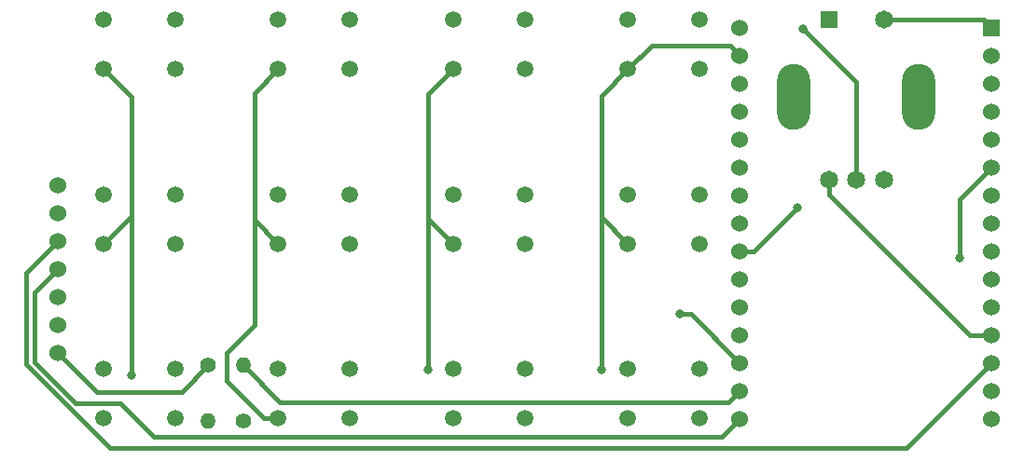
<source format=gbr>
%TF.GenerationSoftware,KiCad,Pcbnew,(6.0.10-0)*%
%TF.CreationDate,2023-03-25T14:15:02-04:00*%
%TF.ProjectId,Shuttle Tracker Node,53687574-746c-4652-9054-7261636b6572,rev?*%
%TF.SameCoordinates,Original*%
%TF.FileFunction,Copper,L2,Bot*%
%TF.FilePolarity,Positive*%
%FSLAX46Y46*%
G04 Gerber Fmt 4.6, Leading zero omitted, Abs format (unit mm)*
G04 Created by KiCad (PCBNEW (6.0.10-0)) date 2023-03-25 14:15:02*
%MOMM*%
%LPD*%
G01*
G04 APERTURE LIST*
%TA.AperFunction,ComponentPad*%
%ADD10C,1.530000*%
%TD*%
%TA.AperFunction,ComponentPad*%
%ADD11C,1.507998*%
%TD*%
%TA.AperFunction,ComponentPad*%
%ADD12O,3.000000X6.000000*%
%TD*%
%TA.AperFunction,ComponentPad*%
%ADD13C,1.650000*%
%TD*%
%TA.AperFunction,ComponentPad*%
%ADD14R,1.650000X1.650000*%
%TD*%
%TA.AperFunction,ComponentPad*%
%ADD15C,1.400000*%
%TD*%
%TA.AperFunction,ComponentPad*%
%ADD16O,1.400000X1.400000*%
%TD*%
%TA.AperFunction,ComponentPad*%
%ADD17R,1.530000X1.530000*%
%TD*%
%TA.AperFunction,ViaPad*%
%ADD18C,0.800000*%
%TD*%
%TA.AperFunction,Conductor*%
%ADD19C,0.381000*%
%TD*%
%TA.AperFunction,Conductor*%
%ADD20C,0.250000*%
%TD*%
G04 APERTURE END LIST*
D10*
%TO.P,J4,1,Pin_1*%
%TO.N,LCD_GND*%
X135594694Y-103632000D03*
%TD*%
D11*
%TO.P,SW4,1,1*%
%TO.N,C4*%
X187325000Y-85462501D03*
%TO.P,SW4,2,2*%
%TO.N,R1*%
X193825002Y-80962500D03*
%TO.P,SW4,3*%
%TO.N,N/C*%
X187325000Y-80962500D03*
%TO.P,SW4,4*%
X193825002Y-85462501D03*
%TD*%
%TO.P,SW9,1,1*%
%TO.N,C1*%
X139700000Y-117212501D03*
%TO.P,SW9,2,2*%
%TO.N,R3*%
X146200002Y-112712500D03*
%TO.P,SW9,3*%
%TO.N,N/C*%
X139700000Y-112712500D03*
%TO.P,SW9,4*%
X146200002Y-117212501D03*
%TD*%
D10*
%TO.P,J2,1,Pin_1*%
%TO.N,LCD_CLK*%
X135594694Y-98552000D03*
%TD*%
%TO.P,J3,1,Pin_1*%
%TO.N,LCD_5V*%
X135594694Y-101092000D03*
%TD*%
D11*
%TO.P,SW2,1,1*%
%TO.N,C2*%
X155575000Y-85462501D03*
%TO.P,SW2,2,2*%
%TO.N,R1*%
X162075002Y-80962500D03*
%TO.P,SW2,3*%
%TO.N,N/C*%
X155575000Y-80962500D03*
%TO.P,SW2,4*%
X162075002Y-85462501D03*
%TD*%
D10*
%TO.P,J5,1,Pin_1*%
%TO.N,BAT_5V*%
X135594694Y-106172000D03*
%TD*%
D11*
%TO.P,SW10,1,1*%
%TO.N,C2*%
X155575000Y-117212501D03*
%TO.P,SW10,2,2*%
%TO.N,R3*%
X162075002Y-112712500D03*
%TO.P,SW10,3*%
%TO.N,N/C*%
X155575000Y-112712500D03*
%TO.P,SW10,4*%
X162075002Y-117212501D03*
%TD*%
%TO.P,SW5,1,1*%
%TO.N,C1*%
X139700000Y-101337501D03*
%TO.P,SW5,2,2*%
%TO.N,R2*%
X146200002Y-96837500D03*
%TO.P,SW5,3*%
%TO.N,N/C*%
X139700000Y-96837500D03*
%TO.P,SW5,4*%
X146200002Y-101337501D03*
%TD*%
D10*
%TO.P,J6,1,Pin_1*%
%TO.N,BAT_GND*%
X135594694Y-108712000D03*
%TD*%
D11*
%TO.P,SW3,1,1*%
%TO.N,C3*%
X171450000Y-85462501D03*
%TO.P,SW3,2,2*%
%TO.N,R1*%
X177950002Y-80962500D03*
%TO.P,SW3,3*%
%TO.N,N/C*%
X171450000Y-80962500D03*
%TO.P,SW3,4*%
X177950002Y-85462501D03*
%TD*%
%TO.P,SW1,1,1*%
%TO.N,C1*%
X139700000Y-85462501D03*
%TO.P,SW1,2,2*%
%TO.N,R1*%
X146200002Y-80962500D03*
%TO.P,SW1,3*%
%TO.N,N/C*%
X139700000Y-80962500D03*
%TO.P,SW1,4*%
X146200002Y-85462501D03*
%TD*%
D12*
%TO.P,SW13,1*%
%TO.N,N/C*%
X202337501Y-87975001D03*
%TO.P,SW13,2*%
X213737501Y-87975001D03*
D13*
%TO.P,SW13,A,A*%
%TO.N,ENC_A*%
X205537501Y-95475001D03*
%TO.P,SW13,B,B*%
%TO.N,ENC_B*%
X210537501Y-95475001D03*
%TO.P,SW13,C,C*%
%TO.N,ENC_GND_A*%
X208037501Y-95475001D03*
D14*
%TO.P,SW13,S1,S1*%
%TO.N,ENC_SW_IN*%
X205537501Y-80975001D03*
D13*
%TO.P,SW13,S2,S2*%
%TO.N,ENC_GND_B*%
X210537501Y-80975001D03*
%TD*%
D11*
%TO.P,SW11,1,1*%
%TO.N,C3*%
X171450000Y-117212501D03*
%TO.P,SW11,2,2*%
%TO.N,R3*%
X177950002Y-112712500D03*
%TO.P,SW11,3*%
%TO.N,N/C*%
X171450000Y-112712500D03*
%TO.P,SW11,4*%
X177950002Y-117212501D03*
%TD*%
%TO.P,SW12,1,1*%
%TO.N,C4*%
X187325000Y-117212501D03*
%TO.P,SW12,2,2*%
%TO.N,R3*%
X193825002Y-112712500D03*
%TO.P,SW12,3*%
%TO.N,N/C*%
X187325000Y-112712500D03*
%TO.P,SW12,4*%
X193825002Y-117212501D03*
%TD*%
%TO.P,SW6,1,1*%
%TO.N,C2*%
X155575000Y-101337501D03*
%TO.P,SW6,2,2*%
%TO.N,R2*%
X162075002Y-96837500D03*
%TO.P,SW6,3*%
%TO.N,N/C*%
X155575000Y-96837500D03*
%TO.P,SW6,4*%
X162075002Y-101337501D03*
%TD*%
%TO.P,SW7,1,1*%
%TO.N,C3*%
X171450000Y-101337501D03*
%TO.P,SW7,2,2*%
%TO.N,R2*%
X177950002Y-96837500D03*
%TO.P,SW7,3*%
%TO.N,N/C*%
X171450000Y-96837500D03*
%TO.P,SW7,4*%
X177950002Y-101337501D03*
%TD*%
D10*
%TO.P,J1,1,Pin_1*%
%TO.N,LCD_DAT*%
X135594694Y-96012000D03*
%TD*%
%TO.P,J7,1,Pin_1*%
%TO.N,V_IN*%
X135594694Y-111252000D03*
%TD*%
D11*
%TO.P,SW8,1,1*%
%TO.N,C4*%
X187325000Y-101337501D03*
%TO.P,SW8,2,2*%
%TO.N,R2*%
X193825002Y-96837500D03*
%TO.P,SW8,3*%
%TO.N,N/C*%
X187325000Y-96837500D03*
%TO.P,SW8,4*%
X193825002Y-101337501D03*
%TD*%
D15*
%TO.P,R1,1*%
%TO.N,V_IN*%
X149225000Y-112395000D03*
D16*
%TO.P,R1,2*%
%TO.N,V_OUT*%
X149225000Y-117475000D03*
%TD*%
D15*
%TO.P,R2,1*%
%TO.N,V_OUT*%
X152400000Y-117475000D03*
D16*
%TO.P,R2,2*%
%TO.N,V_GND*%
X152400000Y-112395000D03*
%TD*%
D17*
%TO.P,U1,1,GND*%
%TO.N,ENC_GND_B*%
X220345000Y-81667800D03*
D10*
%TO.P,U1,2,3V3*%
%TO.N,unconnected-(U1-Pad2)*%
X220345000Y-84207800D03*
%TO.P,U1,3,3V3*%
%TO.N,unconnected-(U1-Pad3)*%
X220345000Y-86747800D03*
%TO.P,U1,4,RST*%
%TO.N,unconnected-(U1-Pad4)*%
X220345000Y-89287800D03*
%TO.P,U1,5,GND*%
%TO.N,unconnected-(U1-Pad5)*%
X220345000Y-91827800D03*
%TO.P,U1,6,GPIO4*%
%TO.N,V_OUT*%
X220345000Y-94367800D03*
%TO.P,U1,7,GPIO5*%
%TO.N,R1*%
X220345000Y-96907800D03*
%TO.P,U1,8,GPIO6*%
%TO.N,R2*%
X220345000Y-99447800D03*
%TO.P,U1,9,GPIO7*%
%TO.N,R3*%
X220345000Y-101987800D03*
%TO.P,U1,10,GND*%
%TO.N,unconnected-(U1-Pad10)*%
X220345000Y-104527800D03*
%TO.P,U1,11,GPIO8*%
%TO.N,unconnected-(U1-Pad11)*%
X220345000Y-107067800D03*
%TO.P,U1,12,GPIO9*%
%TO.N,ENC_A*%
X220345000Y-109607800D03*
%TO.P,U1,13,5V*%
%TO.N,LCD_5V*%
X220345000Y-112147800D03*
%TO.P,U1,14,5V*%
%TO.N,BAT_5V*%
X220345000Y-114687800D03*
%TO.P,U1,15,GND*%
%TO.N,BAT_GND*%
X220345000Y-117227800D03*
%TO.P,U1,16,GND*%
%TO.N,LCD_GND*%
X197485000Y-117227800D03*
%TO.P,U1,17,GND*%
%TO.N,V_GND*%
X197485000Y-114687800D03*
%TO.P,U1,18,GPIO19*%
%TO.N,LCD_DAT*%
X197485000Y-112147800D03*
%TO.P,U1,19,GPIO18*%
%TO.N,LCD_CLK*%
X197485000Y-109607800D03*
%TO.P,U1,20,GND*%
%TO.N,unconnected-(U1-Pad20)*%
X197485000Y-107067800D03*
%TO.P,U1,21,GPIO21/U0TXD*%
%TO.N,unconnected-(U1-Pad21)*%
X197485000Y-104527800D03*
%TO.P,U1,22,GPIO20/U0RXD*%
%TO.N,ENC_B*%
X197485000Y-101987800D03*
%TO.P,U1,23,GND*%
%TO.N,unconnected-(U1-Pad23)*%
X197485000Y-99447800D03*
%TO.P,U1,24,GPIO10*%
%TO.N,ENC_SW_IN*%
X197485000Y-96907800D03*
%TO.P,U1,25,GND*%
%TO.N,unconnected-(U1-Pad25)*%
X197485000Y-94367800D03*
%TO.P,U1,26,GPIO3*%
%TO.N,C1*%
X197485000Y-91827800D03*
%TO.P,U1,27,GPIO2*%
%TO.N,C2*%
X197485000Y-89287800D03*
%TO.P,U1,28,GPIO1/XTAL_32K_N*%
%TO.N,C3*%
X197485000Y-86747800D03*
%TO.P,U1,29,GPIO0/XTAL_32K_P*%
%TO.N,C4*%
X197485000Y-84207800D03*
%TO.P,U1,30,GND*%
%TO.N,ENC_GND_A*%
X197485000Y-81667800D03*
%TD*%
D18*
%TO.N,LCD_DAT*%
X192024000Y-107696000D03*
%TO.N,C1*%
X142240000Y-113284000D03*
%TO.N,C3*%
X169164000Y-112776000D03*
%TO.N,C4*%
X184912000Y-112776000D03*
%TO.N,ENC_B*%
X202692000Y-98044000D03*
%TO.N,V_OUT*%
X217424000Y-102616000D03*
%TO.N,ENC_GND_A*%
X203200000Y-81788000D03*
%TD*%
D19*
%TO.N,LCD_DAT*%
X192024000Y-107696000D02*
X193033200Y-107696000D01*
X193033200Y-107696000D02*
X197485000Y-112147800D01*
%TO.N,LCD_5V*%
X132713091Y-112275117D02*
X140325974Y-119888000D01*
X140325974Y-119888000D02*
X212604800Y-119888000D01*
X132713091Y-103973603D02*
X135594694Y-101092000D01*
X132713091Y-112275117D02*
X132713091Y-103973603D01*
X212604800Y-119888000D02*
X220345000Y-112147800D01*
%TO.N,LCD_GND*%
X144272000Y-118872000D02*
X195840800Y-118872000D01*
X141224000Y-115824000D02*
X137160000Y-115824000D01*
X133475091Y-112139091D02*
X133475091Y-105751603D01*
X144272000Y-118872000D02*
X141224000Y-115824000D01*
X133475091Y-105751603D02*
X135594694Y-103632000D01*
X137160000Y-115824000D02*
X133475091Y-112139091D01*
X195840800Y-118872000D02*
X197485000Y-117227800D01*
%TO.N,C1*%
X142240000Y-110172500D02*
X142240000Y-95504000D01*
X142240000Y-110172500D02*
X142240000Y-113284000D01*
X142240000Y-95504000D02*
X142240000Y-98797501D01*
X142240000Y-91440000D02*
X142240000Y-88002501D01*
X142240000Y-95504000D02*
X142240000Y-91440000D01*
X142240000Y-98797501D02*
X139700000Y-101337501D01*
X142240000Y-88002501D02*
X139700000Y-85462501D01*
%TO.N,C2*%
X150876000Y-113792000D02*
X150876000Y-111252000D01*
X155575000Y-117212501D02*
X154296501Y-117212501D01*
X153416000Y-108712000D02*
X153416000Y-98044000D01*
X150876000Y-111252000D02*
X153416000Y-108712000D01*
X153416000Y-94678500D02*
X153416000Y-91948000D01*
X153416000Y-99178501D02*
X153416000Y-98044000D01*
X153416000Y-98044000D02*
X153416000Y-91948000D01*
X153416000Y-87621501D02*
X153416000Y-88392000D01*
X153416000Y-91948000D02*
X153416000Y-88392000D01*
X155575000Y-85462501D02*
X153416000Y-87621501D01*
X155575000Y-101337501D02*
X153416000Y-99178501D01*
X154296501Y-117212501D02*
X150876000Y-113792000D01*
%TO.N,C3*%
X169164000Y-95504000D02*
X169164000Y-91440000D01*
X169164000Y-99051501D02*
X169164000Y-95504000D01*
X169164000Y-91440000D02*
X169164000Y-89408000D01*
X169164000Y-109728000D02*
X169164000Y-95504000D01*
X169164000Y-110426500D02*
X169164000Y-109728000D01*
X169164000Y-87748501D02*
X169164000Y-89408000D01*
X171450000Y-85462501D02*
X169164000Y-87748501D01*
X169164000Y-112776000D02*
X169164000Y-109728000D01*
X171450000Y-101337501D02*
X169164000Y-99051501D01*
%TO.N,C4*%
X184912000Y-112776000D02*
X184912000Y-109220000D01*
X187325000Y-85462501D02*
X184912000Y-87875501D01*
X184912000Y-91440000D02*
X184912000Y-88900000D01*
X189475501Y-83312000D02*
X187325000Y-85462501D01*
X187325000Y-101337501D02*
X184912000Y-98924501D01*
X184912000Y-94424500D02*
X184912000Y-91440000D01*
X184912000Y-97536000D02*
X184912000Y-91440000D01*
X196589200Y-83312000D02*
X189475501Y-83312000D01*
X184912000Y-98924501D02*
X184912000Y-97536000D01*
X197485000Y-84207800D02*
X196589200Y-83312000D01*
X184912000Y-109220000D02*
X184912000Y-97536000D01*
X184912000Y-110299500D02*
X184912000Y-109220000D01*
X184912000Y-87875501D02*
X184912000Y-88900000D01*
%TO.N,ENC_A*%
X218319800Y-109607800D02*
X220345000Y-109607800D01*
X205537501Y-95475001D02*
X205537501Y-96825501D01*
X205537501Y-96825501D02*
X218319800Y-109607800D01*
%TO.N,ENC_B*%
X202692000Y-98044000D02*
X198748200Y-101987800D01*
X198748200Y-101987800D02*
X197485000Y-101987800D01*
D20*
%TO.N,ENC_GND_B*%
X213737501Y-87975001D02*
X214037799Y-87975001D01*
D19*
X210537501Y-80975001D02*
X219652201Y-80975001D01*
X220345000Y-81667800D02*
X220044702Y-81667800D01*
X219652201Y-80975001D02*
X220345000Y-81667800D01*
%TO.N,V_IN*%
X135594694Y-111252000D02*
X139150694Y-114808000D01*
X139150694Y-114808000D02*
X146812000Y-114808000D01*
X146812000Y-114808000D02*
X149225000Y-112395000D01*
%TO.N,V_OUT*%
X217424000Y-97288800D02*
X220345000Y-94367800D01*
X217424000Y-102616000D02*
X217424000Y-97288800D01*
%TO.N,V_GND*%
X152400000Y-112395000D02*
X155726591Y-115721591D01*
X196451209Y-115721591D02*
X197485000Y-114687800D01*
X155726591Y-115721591D02*
X196451209Y-115721591D01*
%TO.N,ENC_GND_A*%
X208037501Y-95475001D02*
X208037501Y-86625501D01*
X208037501Y-86625501D02*
X203200000Y-81788000D01*
%TD*%
M02*

</source>
